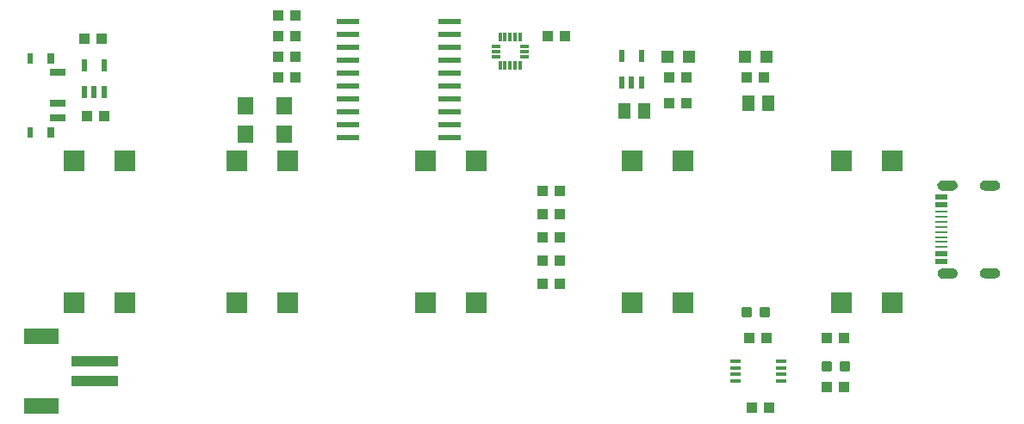
<source format=gbr>
G04 EAGLE Gerber RS-274X export*
G75*
%MOMM*%
%FSLAX34Y34*%
%LPD*%
%INSolderpaste Top*%
%IPPOS*%
%AMOC8*
5,1,8,0,0,1.08239X$1,22.5*%
G01*
%ADD10R,1.100000X0.400000*%
%ADD11R,0.300000X0.952400*%
%ADD12R,0.850800X0.300000*%
%ADD13R,2.200000X0.600000*%
%ADD14R,1.100000X1.000000*%
%ADD15R,0.550000X1.200000*%
%ADD16R,2.032000X2.032000*%
%ADD17R,4.600000X1.000000*%
%ADD18R,3.400000X1.600000*%
%ADD19R,1.524000X1.676400*%
%ADD20C,0.300000*%
%ADD21R,1.500000X0.700000*%
%ADD22R,0.600000X1.000000*%
%ADD23R,0.800000X1.000000*%
%ADD24R,1.200000X1.200000*%
%ADD25R,1.075000X1.000000*%
%ADD26R,1.300000X1.500000*%
%ADD27R,1.150000X0.575000*%
%ADD28R,1.150000X0.275000*%

G36*
X994791Y226182D02*
X994791Y226182D01*
X994792Y226182D01*
X995922Y226309D01*
X995922Y226310D01*
X995923Y226310D01*
X996997Y226685D01*
X996997Y226686D01*
X996998Y226686D01*
X997961Y227291D01*
X997961Y227292D01*
X997962Y227292D01*
X998766Y228096D01*
X998766Y228097D01*
X998767Y228097D01*
X999372Y229060D01*
X999372Y229061D01*
X999373Y229061D01*
X999748Y230135D01*
X999748Y230136D01*
X999749Y230136D01*
X999750Y230151D01*
X999751Y230156D01*
X999751Y230161D01*
X999752Y230166D01*
X999753Y230171D01*
X999753Y230176D01*
X999754Y230181D01*
X999754Y230186D01*
X999757Y230211D01*
X999758Y230216D01*
X999758Y230221D01*
X999759Y230226D01*
X999759Y230231D01*
X999760Y230236D01*
X999760Y230241D01*
X999761Y230246D01*
X999764Y230271D01*
X999764Y230276D01*
X999765Y230281D01*
X999765Y230286D01*
X999766Y230291D01*
X999767Y230295D01*
X999767Y230296D01*
X999767Y230300D01*
X999767Y230301D01*
X999768Y230305D01*
X999770Y230330D01*
X999771Y230335D01*
X999772Y230340D01*
X999772Y230345D01*
X999773Y230350D01*
X999773Y230355D01*
X999774Y230360D01*
X999774Y230365D01*
X999777Y230390D01*
X999778Y230395D01*
X999778Y230400D01*
X999779Y230405D01*
X999779Y230410D01*
X999780Y230415D01*
X999781Y230420D01*
X999781Y230425D01*
X999783Y230445D01*
X999784Y230450D01*
X999784Y230454D01*
X999784Y230455D01*
X999785Y230459D01*
X999785Y230460D01*
X999786Y230464D01*
X999786Y230469D01*
X999787Y230474D01*
X999787Y230479D01*
X999788Y230484D01*
X999790Y230504D01*
X999791Y230509D01*
X999791Y230514D01*
X999792Y230519D01*
X999792Y230524D01*
X999793Y230529D01*
X999793Y230534D01*
X999794Y230539D01*
X999795Y230544D01*
X999797Y230564D01*
X999797Y230569D01*
X999798Y230574D01*
X999798Y230579D01*
X999799Y230584D01*
X999800Y230589D01*
X999800Y230594D01*
X999801Y230599D01*
X999801Y230604D01*
X999803Y230623D01*
X999804Y230623D01*
X999804Y230628D01*
X999805Y230633D01*
X999805Y230638D01*
X999806Y230643D01*
X999806Y230648D01*
X999807Y230653D01*
X999807Y230658D01*
X999808Y230663D01*
X999810Y230683D01*
X999811Y230688D01*
X999811Y230693D01*
X999812Y230698D01*
X999812Y230703D01*
X999813Y230708D01*
X999814Y230713D01*
X999814Y230718D01*
X999815Y230723D01*
X999817Y230743D01*
X999817Y230748D01*
X999818Y230748D01*
X999817Y230748D01*
X999818Y230753D01*
X999819Y230758D01*
X999819Y230763D01*
X999820Y230768D01*
X999820Y230772D01*
X999820Y230773D01*
X999821Y230777D01*
X999821Y230778D01*
X999821Y230782D01*
X999824Y230802D01*
X999824Y230807D01*
X999825Y230812D01*
X999825Y230817D01*
X999826Y230822D01*
X999826Y230827D01*
X999827Y230832D01*
X999828Y230837D01*
X999828Y230842D01*
X999830Y230862D01*
X999831Y230867D01*
X999831Y230872D01*
X999832Y230872D01*
X999831Y230872D01*
X999832Y230877D01*
X999833Y230882D01*
X999833Y230887D01*
X999834Y230892D01*
X999834Y230897D01*
X999835Y230902D01*
X999837Y230922D01*
X999838Y230927D01*
X999838Y230931D01*
X999838Y230932D01*
X999839Y230936D01*
X999839Y230937D01*
X999839Y230941D01*
X999840Y230946D01*
X999840Y230951D01*
X999841Y230956D01*
X999842Y230961D01*
X999844Y230981D01*
X999844Y230986D01*
X999845Y230991D01*
X999845Y230996D01*
X999846Y230996D01*
X999845Y230996D01*
X999846Y231001D01*
X999847Y231006D01*
X999847Y231011D01*
X999848Y231016D01*
X999848Y231021D01*
X999851Y231041D01*
X999851Y231046D01*
X999852Y231051D01*
X999852Y231056D01*
X999853Y231061D01*
X999853Y231066D01*
X999854Y231071D01*
X999854Y231076D01*
X999855Y231081D01*
X999857Y231100D01*
X999858Y231105D01*
X999858Y231110D01*
X999859Y231115D01*
X999859Y231120D01*
X999860Y231120D01*
X999859Y231120D01*
X999860Y231125D01*
X999861Y231130D01*
X999861Y231135D01*
X999864Y231160D01*
X999865Y231165D01*
X999865Y231170D01*
X999866Y231175D01*
X999866Y231180D01*
X999867Y231185D01*
X999867Y231190D01*
X999868Y231195D01*
X999871Y231220D01*
X999871Y231225D01*
X999872Y231230D01*
X999872Y231235D01*
X999873Y231240D01*
X999873Y231245D01*
X999874Y231245D01*
X999873Y231245D01*
X999874Y231249D01*
X999874Y231250D01*
X999875Y231254D01*
X999875Y231255D01*
X999876Y231266D01*
X999876Y231267D01*
X999876Y231268D01*
X999755Y232341D01*
X999754Y232342D01*
X999755Y232343D01*
X999398Y233363D01*
X999397Y233363D01*
X999397Y233364D01*
X998822Y234279D01*
X998822Y234280D01*
X998058Y235044D01*
X998057Y235044D01*
X997142Y235619D01*
X997141Y235619D01*
X997141Y235620D01*
X996121Y235977D01*
X996120Y235976D01*
X996119Y235977D01*
X995046Y236098D01*
X995045Y236098D01*
X984885Y236098D01*
X984884Y236098D01*
X984723Y236080D01*
X984371Y236040D01*
X984018Y236000D01*
X983811Y235977D01*
X983810Y235976D01*
X983809Y235977D01*
X982789Y235620D01*
X982789Y235619D01*
X982788Y235619D01*
X981873Y235044D01*
X981108Y234280D01*
X981108Y234279D01*
X980533Y233364D01*
X980533Y233363D01*
X980532Y233363D01*
X980175Y232343D01*
X980176Y232342D01*
X980175Y232341D01*
X980175Y232339D01*
X980174Y232334D01*
X980174Y232329D01*
X980173Y232324D01*
X980173Y232319D01*
X980170Y232299D01*
X980170Y232294D01*
X980169Y232289D01*
X980169Y232284D01*
X980168Y232279D01*
X980168Y232274D01*
X980167Y232274D01*
X980168Y232274D01*
X980167Y232269D01*
X980166Y232264D01*
X980164Y232240D01*
X980163Y232235D01*
X980162Y232230D01*
X980162Y232225D01*
X980161Y232220D01*
X980161Y232215D01*
X980160Y232210D01*
X980160Y232205D01*
X980157Y232180D01*
X980156Y232175D01*
X980156Y232170D01*
X980155Y232165D01*
X980155Y232160D01*
X980154Y232155D01*
X980154Y232150D01*
X980153Y232150D01*
X980154Y232150D01*
X980153Y232145D01*
X980151Y232125D01*
X980150Y232120D01*
X980150Y232115D01*
X980149Y232110D01*
X980148Y232105D01*
X980148Y232100D01*
X980147Y232095D01*
X980147Y232091D01*
X980147Y232090D01*
X980146Y232086D01*
X980146Y232085D01*
X980144Y232066D01*
X980143Y232061D01*
X980143Y232056D01*
X980142Y232051D01*
X980142Y232046D01*
X980141Y232041D01*
X980141Y232036D01*
X980140Y232031D01*
X980140Y232026D01*
X980139Y232026D01*
X980140Y232026D01*
X980137Y232006D01*
X980137Y232001D01*
X980136Y231996D01*
X980136Y231991D01*
X980135Y231986D01*
X980134Y231981D01*
X980134Y231976D01*
X980133Y231971D01*
X980133Y231966D01*
X980131Y231946D01*
X980130Y231941D01*
X980129Y231936D01*
X980129Y231932D01*
X980129Y231931D01*
X980128Y231927D01*
X980128Y231926D01*
X980128Y231922D01*
X980127Y231917D01*
X980127Y231912D01*
X980124Y231887D01*
X980123Y231882D01*
X980123Y231877D01*
X980122Y231872D01*
X980122Y231867D01*
X980121Y231862D01*
X980120Y231857D01*
X980120Y231852D01*
X980117Y231827D01*
X980117Y231822D01*
X980116Y231817D01*
X980115Y231812D01*
X980115Y231807D01*
X980114Y231802D01*
X980114Y231797D01*
X980113Y231792D01*
X980111Y231772D01*
X980110Y231768D01*
X980110Y231767D01*
X980110Y231763D01*
X980109Y231758D01*
X980109Y231753D01*
X980108Y231748D01*
X980108Y231743D01*
X980107Y231738D01*
X980106Y231733D01*
X980104Y231713D01*
X980104Y231708D01*
X980103Y231703D01*
X980103Y231698D01*
X980102Y231693D01*
X980101Y231688D01*
X980101Y231683D01*
X980100Y231678D01*
X980100Y231673D01*
X980098Y231653D01*
X980097Y231648D01*
X980096Y231643D01*
X980096Y231638D01*
X980095Y231633D01*
X980095Y231628D01*
X980094Y231623D01*
X980094Y231618D01*
X980093Y231614D01*
X980093Y231613D01*
X980091Y231594D01*
X980090Y231589D01*
X980090Y231584D01*
X980089Y231579D01*
X980089Y231574D01*
X980088Y231569D01*
X980087Y231564D01*
X980087Y231559D01*
X980084Y231534D01*
X980084Y231529D01*
X980083Y231524D01*
X980082Y231519D01*
X980082Y231514D01*
X980081Y231509D01*
X980081Y231504D01*
X980080Y231499D01*
X980077Y231474D01*
X980077Y231469D01*
X980076Y231464D01*
X980076Y231459D01*
X980075Y231455D01*
X980075Y231454D01*
X980075Y231450D01*
X980075Y231449D01*
X980074Y231445D01*
X980073Y231440D01*
X980071Y231420D01*
X980071Y231415D01*
X980070Y231410D01*
X980070Y231405D01*
X980069Y231400D01*
X980068Y231395D01*
X980068Y231390D01*
X980067Y231385D01*
X980067Y231380D01*
X980065Y231360D01*
X980064Y231360D01*
X980064Y231355D01*
X980063Y231350D01*
X980063Y231345D01*
X980062Y231340D01*
X980062Y231335D01*
X980061Y231330D01*
X980061Y231325D01*
X980060Y231320D01*
X980058Y231300D01*
X980057Y231296D01*
X980057Y231295D01*
X980057Y231291D01*
X980057Y231290D01*
X980056Y231286D01*
X980056Y231281D01*
X980055Y231276D01*
X980054Y231271D01*
X980054Y231268D01*
X980055Y231267D01*
X980054Y231266D01*
X980181Y230136D01*
X980182Y230136D01*
X980182Y230135D01*
X980557Y229061D01*
X980558Y229061D01*
X980558Y229060D01*
X981163Y228097D01*
X981164Y228097D01*
X981164Y228096D01*
X981968Y227292D01*
X981969Y227292D01*
X981969Y227291D01*
X982932Y226686D01*
X982933Y226686D01*
X982933Y226685D01*
X984007Y226310D01*
X984008Y226310D01*
X984008Y226309D01*
X985138Y226182D01*
X985139Y226182D01*
X994791Y226182D01*
X994791Y226182D01*
G37*
G36*
X952881Y226182D02*
X952881Y226182D01*
X952882Y226182D01*
X954012Y226309D01*
X954012Y226310D01*
X954013Y226310D01*
X955087Y226685D01*
X955087Y226686D01*
X955088Y226686D01*
X956051Y227291D01*
X956051Y227292D01*
X956052Y227292D01*
X956856Y228096D01*
X956856Y228097D01*
X956857Y228097D01*
X957462Y229060D01*
X957462Y229061D01*
X957463Y229061D01*
X957838Y230135D01*
X957838Y230136D01*
X957839Y230136D01*
X957840Y230151D01*
X957841Y230156D01*
X957841Y230161D01*
X957842Y230166D01*
X957843Y230171D01*
X957843Y230176D01*
X957844Y230181D01*
X957844Y230186D01*
X957847Y230211D01*
X957848Y230216D01*
X957848Y230221D01*
X957849Y230226D01*
X957849Y230231D01*
X957850Y230236D01*
X957850Y230241D01*
X957851Y230246D01*
X957854Y230271D01*
X957854Y230276D01*
X957855Y230281D01*
X957855Y230286D01*
X957856Y230291D01*
X957857Y230295D01*
X957857Y230296D01*
X957857Y230300D01*
X957857Y230301D01*
X957858Y230305D01*
X957860Y230330D01*
X957861Y230335D01*
X957862Y230340D01*
X957862Y230345D01*
X957863Y230350D01*
X957863Y230355D01*
X957864Y230360D01*
X957864Y230365D01*
X957867Y230390D01*
X957868Y230395D01*
X957868Y230400D01*
X957869Y230405D01*
X957869Y230410D01*
X957870Y230415D01*
X957871Y230420D01*
X957871Y230425D01*
X957873Y230445D01*
X957874Y230450D01*
X957874Y230454D01*
X957874Y230455D01*
X957875Y230459D01*
X957875Y230460D01*
X957876Y230464D01*
X957876Y230469D01*
X957877Y230474D01*
X957877Y230479D01*
X957878Y230484D01*
X957880Y230504D01*
X957881Y230509D01*
X957881Y230514D01*
X957882Y230519D01*
X957882Y230524D01*
X957883Y230529D01*
X957883Y230534D01*
X957884Y230539D01*
X957885Y230544D01*
X957887Y230564D01*
X957887Y230569D01*
X957888Y230574D01*
X957888Y230579D01*
X957889Y230584D01*
X957890Y230589D01*
X957890Y230594D01*
X957891Y230599D01*
X957891Y230604D01*
X957893Y230623D01*
X957894Y230623D01*
X957894Y230628D01*
X957895Y230633D01*
X957895Y230638D01*
X957896Y230643D01*
X957896Y230648D01*
X957897Y230653D01*
X957897Y230658D01*
X957898Y230663D01*
X957900Y230683D01*
X957901Y230688D01*
X957901Y230693D01*
X957902Y230698D01*
X957902Y230703D01*
X957903Y230708D01*
X957904Y230713D01*
X957904Y230718D01*
X957905Y230723D01*
X957907Y230743D01*
X957907Y230748D01*
X957908Y230748D01*
X957907Y230748D01*
X957908Y230753D01*
X957909Y230758D01*
X957909Y230763D01*
X957910Y230768D01*
X957910Y230772D01*
X957910Y230773D01*
X957911Y230777D01*
X957911Y230778D01*
X957911Y230782D01*
X957914Y230802D01*
X957914Y230807D01*
X957915Y230812D01*
X957915Y230817D01*
X957916Y230822D01*
X957916Y230827D01*
X957917Y230832D01*
X957918Y230837D01*
X957918Y230842D01*
X957920Y230862D01*
X957921Y230867D01*
X957921Y230872D01*
X957922Y230872D01*
X957921Y230872D01*
X957922Y230877D01*
X957923Y230882D01*
X957923Y230887D01*
X957924Y230892D01*
X957924Y230897D01*
X957925Y230902D01*
X957927Y230922D01*
X957928Y230927D01*
X957928Y230931D01*
X957928Y230932D01*
X957929Y230936D01*
X957929Y230937D01*
X957929Y230941D01*
X957930Y230946D01*
X957930Y230951D01*
X957931Y230956D01*
X957932Y230961D01*
X957934Y230981D01*
X957934Y230986D01*
X957935Y230991D01*
X957935Y230996D01*
X957936Y230996D01*
X957935Y230996D01*
X957936Y231001D01*
X957937Y231006D01*
X957937Y231011D01*
X957938Y231016D01*
X957938Y231021D01*
X957941Y231041D01*
X957941Y231046D01*
X957942Y231051D01*
X957942Y231056D01*
X957943Y231061D01*
X957943Y231066D01*
X957944Y231071D01*
X957944Y231076D01*
X957945Y231081D01*
X957947Y231100D01*
X957948Y231105D01*
X957948Y231110D01*
X957949Y231115D01*
X957949Y231120D01*
X957950Y231120D01*
X957949Y231120D01*
X957950Y231125D01*
X957951Y231130D01*
X957951Y231135D01*
X957954Y231160D01*
X957955Y231165D01*
X957955Y231170D01*
X957956Y231175D01*
X957956Y231180D01*
X957957Y231185D01*
X957957Y231190D01*
X957958Y231195D01*
X957961Y231220D01*
X957961Y231225D01*
X957962Y231230D01*
X957962Y231235D01*
X957963Y231240D01*
X957963Y231245D01*
X957964Y231245D01*
X957963Y231245D01*
X957964Y231249D01*
X957964Y231250D01*
X957965Y231254D01*
X957965Y231255D01*
X957966Y231266D01*
X957966Y231267D01*
X957966Y231268D01*
X957845Y232341D01*
X957844Y232342D01*
X957845Y232343D01*
X957488Y233363D01*
X957487Y233363D01*
X957487Y233364D01*
X956912Y234279D01*
X956912Y234280D01*
X956148Y235044D01*
X956147Y235044D01*
X955232Y235619D01*
X955231Y235619D01*
X955231Y235620D01*
X954211Y235977D01*
X954210Y235976D01*
X954209Y235977D01*
X953136Y236098D01*
X953135Y236098D01*
X942975Y236098D01*
X942974Y236098D01*
X942813Y236080D01*
X942461Y236040D01*
X942108Y236000D01*
X941901Y235977D01*
X941900Y235976D01*
X941899Y235977D01*
X940879Y235620D01*
X940879Y235619D01*
X940878Y235619D01*
X939963Y235044D01*
X939198Y234280D01*
X939198Y234279D01*
X938623Y233364D01*
X938623Y233363D01*
X938622Y233363D01*
X938265Y232343D01*
X938266Y232342D01*
X938265Y232341D01*
X938265Y232339D01*
X938264Y232334D01*
X938264Y232329D01*
X938263Y232324D01*
X938263Y232319D01*
X938260Y232299D01*
X938260Y232294D01*
X938259Y232289D01*
X938259Y232284D01*
X938258Y232279D01*
X938258Y232274D01*
X938257Y232274D01*
X938258Y232274D01*
X938257Y232269D01*
X938256Y232264D01*
X938254Y232240D01*
X938253Y232235D01*
X938252Y232230D01*
X938252Y232225D01*
X938251Y232220D01*
X938251Y232215D01*
X938250Y232210D01*
X938250Y232205D01*
X938247Y232180D01*
X938246Y232175D01*
X938246Y232170D01*
X938245Y232165D01*
X938245Y232160D01*
X938244Y232155D01*
X938244Y232150D01*
X938243Y232150D01*
X938244Y232150D01*
X938243Y232145D01*
X938241Y232125D01*
X938240Y232120D01*
X938240Y232115D01*
X938239Y232110D01*
X938238Y232105D01*
X938238Y232100D01*
X938237Y232095D01*
X938237Y232091D01*
X938237Y232090D01*
X938236Y232086D01*
X938236Y232085D01*
X938234Y232066D01*
X938233Y232061D01*
X938233Y232056D01*
X938232Y232051D01*
X938232Y232046D01*
X938231Y232041D01*
X938231Y232036D01*
X938230Y232031D01*
X938230Y232026D01*
X938229Y232026D01*
X938230Y232026D01*
X938227Y232006D01*
X938227Y232001D01*
X938226Y231996D01*
X938226Y231991D01*
X938225Y231986D01*
X938224Y231981D01*
X938224Y231976D01*
X938223Y231971D01*
X938223Y231966D01*
X938221Y231946D01*
X938220Y231941D01*
X938219Y231936D01*
X938219Y231932D01*
X938219Y231931D01*
X938218Y231927D01*
X938218Y231926D01*
X938218Y231922D01*
X938217Y231917D01*
X938217Y231912D01*
X938214Y231887D01*
X938213Y231882D01*
X938213Y231877D01*
X938212Y231872D01*
X938212Y231867D01*
X938211Y231862D01*
X938210Y231857D01*
X938210Y231852D01*
X938207Y231827D01*
X938207Y231822D01*
X938206Y231817D01*
X938205Y231812D01*
X938205Y231807D01*
X938204Y231802D01*
X938204Y231797D01*
X938203Y231792D01*
X938201Y231772D01*
X938200Y231768D01*
X938200Y231767D01*
X938200Y231763D01*
X938199Y231758D01*
X938199Y231753D01*
X938198Y231748D01*
X938198Y231743D01*
X938197Y231738D01*
X938196Y231733D01*
X938194Y231713D01*
X938194Y231708D01*
X938193Y231703D01*
X938193Y231698D01*
X938192Y231693D01*
X938191Y231688D01*
X938191Y231683D01*
X938190Y231678D01*
X938190Y231673D01*
X938188Y231653D01*
X938187Y231648D01*
X938186Y231643D01*
X938186Y231638D01*
X938185Y231633D01*
X938185Y231628D01*
X938184Y231623D01*
X938184Y231618D01*
X938183Y231614D01*
X938183Y231613D01*
X938181Y231594D01*
X938180Y231589D01*
X938180Y231584D01*
X938179Y231579D01*
X938179Y231574D01*
X938178Y231569D01*
X938177Y231564D01*
X938177Y231559D01*
X938174Y231534D01*
X938174Y231529D01*
X938173Y231524D01*
X938172Y231519D01*
X938172Y231514D01*
X938171Y231509D01*
X938171Y231504D01*
X938170Y231499D01*
X938167Y231474D01*
X938167Y231469D01*
X938166Y231464D01*
X938166Y231459D01*
X938165Y231455D01*
X938165Y231454D01*
X938165Y231450D01*
X938165Y231449D01*
X938164Y231445D01*
X938163Y231440D01*
X938161Y231420D01*
X938161Y231415D01*
X938160Y231410D01*
X938160Y231405D01*
X938159Y231400D01*
X938158Y231395D01*
X938158Y231390D01*
X938157Y231385D01*
X938157Y231380D01*
X938155Y231360D01*
X938154Y231360D01*
X938154Y231355D01*
X938153Y231350D01*
X938153Y231345D01*
X938152Y231340D01*
X938152Y231335D01*
X938151Y231330D01*
X938151Y231325D01*
X938150Y231320D01*
X938148Y231300D01*
X938147Y231296D01*
X938147Y231295D01*
X938147Y231291D01*
X938147Y231290D01*
X938146Y231286D01*
X938146Y231281D01*
X938145Y231276D01*
X938144Y231271D01*
X938144Y231268D01*
X938145Y231267D01*
X938144Y231266D01*
X938271Y230136D01*
X938272Y230136D01*
X938272Y230135D01*
X938647Y229061D01*
X938648Y229061D01*
X938648Y229060D01*
X939253Y228097D01*
X939254Y228097D01*
X939254Y228096D01*
X940058Y227292D01*
X940059Y227292D01*
X940059Y227291D01*
X941022Y226686D01*
X941023Y226686D01*
X941023Y226685D01*
X942097Y226310D01*
X942098Y226310D01*
X942098Y226309D01*
X943228Y226182D01*
X943229Y226182D01*
X952881Y226182D01*
X952881Y226182D01*
G37*
G36*
X994791Y139822D02*
X994791Y139822D01*
X994792Y139822D01*
X995922Y139949D01*
X995922Y139950D01*
X995923Y139950D01*
X996997Y140325D01*
X996997Y140326D01*
X996998Y140326D01*
X997961Y140931D01*
X997961Y140932D01*
X997962Y140932D01*
X998766Y141736D01*
X998766Y141737D01*
X998767Y141737D01*
X999372Y142700D01*
X999372Y142701D01*
X999373Y142701D01*
X999748Y143775D01*
X999748Y143776D01*
X999749Y143776D01*
X999750Y143791D01*
X999751Y143796D01*
X999751Y143801D01*
X999752Y143806D01*
X999753Y143811D01*
X999753Y143816D01*
X999754Y143821D01*
X999754Y143826D01*
X999757Y143851D01*
X999758Y143856D01*
X999758Y143861D01*
X999759Y143866D01*
X999759Y143871D01*
X999760Y143876D01*
X999760Y143881D01*
X999761Y143886D01*
X999764Y143911D01*
X999764Y143916D01*
X999765Y143921D01*
X999765Y143926D01*
X999766Y143931D01*
X999767Y143935D01*
X999767Y143936D01*
X999767Y143940D01*
X999767Y143941D01*
X999768Y143945D01*
X999770Y143970D01*
X999771Y143975D01*
X999772Y143980D01*
X999772Y143985D01*
X999773Y143990D01*
X999773Y143995D01*
X999774Y144000D01*
X999774Y144005D01*
X999777Y144030D01*
X999778Y144035D01*
X999778Y144040D01*
X999779Y144045D01*
X999779Y144050D01*
X999780Y144055D01*
X999781Y144060D01*
X999781Y144065D01*
X999783Y144085D01*
X999784Y144090D01*
X999784Y144094D01*
X999784Y144095D01*
X999785Y144099D01*
X999785Y144100D01*
X999786Y144104D01*
X999786Y144109D01*
X999787Y144114D01*
X999787Y144119D01*
X999788Y144124D01*
X999790Y144144D01*
X999791Y144149D01*
X999791Y144154D01*
X999792Y144159D01*
X999792Y144164D01*
X999793Y144169D01*
X999793Y144174D01*
X999794Y144179D01*
X999795Y144184D01*
X999797Y144204D01*
X999797Y144209D01*
X999798Y144214D01*
X999798Y144219D01*
X999799Y144224D01*
X999800Y144229D01*
X999800Y144234D01*
X999801Y144239D01*
X999801Y144244D01*
X999803Y144263D01*
X999804Y144263D01*
X999804Y144268D01*
X999805Y144273D01*
X999805Y144278D01*
X999806Y144283D01*
X999806Y144288D01*
X999807Y144293D01*
X999807Y144298D01*
X999808Y144303D01*
X999810Y144323D01*
X999811Y144328D01*
X999811Y144333D01*
X999812Y144338D01*
X999812Y144343D01*
X999813Y144348D01*
X999814Y144353D01*
X999814Y144358D01*
X999815Y144363D01*
X999817Y144383D01*
X999817Y144388D01*
X999818Y144388D01*
X999817Y144388D01*
X999818Y144393D01*
X999819Y144398D01*
X999819Y144403D01*
X999820Y144408D01*
X999820Y144412D01*
X999820Y144413D01*
X999821Y144417D01*
X999821Y144418D01*
X999821Y144422D01*
X999824Y144442D01*
X999824Y144447D01*
X999825Y144452D01*
X999825Y144457D01*
X999826Y144462D01*
X999826Y144467D01*
X999827Y144472D01*
X999828Y144477D01*
X999828Y144482D01*
X999830Y144502D01*
X999831Y144507D01*
X999831Y144512D01*
X999832Y144512D01*
X999831Y144512D01*
X999832Y144517D01*
X999833Y144522D01*
X999833Y144527D01*
X999834Y144532D01*
X999834Y144537D01*
X999835Y144542D01*
X999837Y144562D01*
X999838Y144567D01*
X999838Y144571D01*
X999838Y144572D01*
X999839Y144576D01*
X999839Y144577D01*
X999839Y144581D01*
X999840Y144586D01*
X999840Y144591D01*
X999841Y144596D01*
X999842Y144601D01*
X999844Y144621D01*
X999844Y144626D01*
X999845Y144631D01*
X999845Y144636D01*
X999846Y144636D01*
X999845Y144636D01*
X999846Y144641D01*
X999847Y144646D01*
X999847Y144651D01*
X999848Y144656D01*
X999848Y144661D01*
X999851Y144681D01*
X999851Y144686D01*
X999852Y144691D01*
X999852Y144696D01*
X999853Y144701D01*
X999853Y144706D01*
X999854Y144711D01*
X999854Y144716D01*
X999855Y144721D01*
X999857Y144740D01*
X999858Y144745D01*
X999858Y144750D01*
X999859Y144755D01*
X999859Y144760D01*
X999860Y144760D01*
X999859Y144760D01*
X999860Y144765D01*
X999861Y144770D01*
X999861Y144775D01*
X999864Y144800D01*
X999865Y144805D01*
X999865Y144810D01*
X999866Y144815D01*
X999866Y144820D01*
X999867Y144825D01*
X999867Y144830D01*
X999868Y144835D01*
X999871Y144860D01*
X999871Y144865D01*
X999872Y144870D01*
X999872Y144875D01*
X999873Y144880D01*
X999873Y144885D01*
X999874Y144885D01*
X999873Y144885D01*
X999874Y144889D01*
X999874Y144890D01*
X999875Y144894D01*
X999875Y144895D01*
X999876Y144906D01*
X999876Y144907D01*
X999876Y144908D01*
X999755Y145981D01*
X999754Y145982D01*
X999755Y145983D01*
X999398Y147003D01*
X999397Y147003D01*
X999397Y147004D01*
X998822Y147919D01*
X998822Y147920D01*
X998058Y148684D01*
X998057Y148684D01*
X997142Y149259D01*
X997141Y149259D01*
X997141Y149260D01*
X996121Y149617D01*
X996120Y149616D01*
X996119Y149617D01*
X995046Y149738D01*
X995045Y149738D01*
X984885Y149738D01*
X984884Y149738D01*
X984723Y149720D01*
X984371Y149680D01*
X984018Y149640D01*
X983811Y149617D01*
X983810Y149616D01*
X983809Y149617D01*
X982789Y149260D01*
X982789Y149259D01*
X982788Y149259D01*
X981873Y148684D01*
X981108Y147920D01*
X981108Y147919D01*
X980533Y147004D01*
X980533Y147003D01*
X980532Y147003D01*
X980175Y145983D01*
X980176Y145982D01*
X980175Y145981D01*
X980175Y145979D01*
X980174Y145974D01*
X980174Y145969D01*
X980173Y145964D01*
X980173Y145959D01*
X980170Y145939D01*
X980170Y145934D01*
X980169Y145929D01*
X980169Y145924D01*
X980168Y145919D01*
X980168Y145914D01*
X980167Y145914D01*
X980168Y145914D01*
X980167Y145909D01*
X980166Y145904D01*
X980164Y145880D01*
X980163Y145875D01*
X980162Y145870D01*
X980162Y145865D01*
X980161Y145860D01*
X980161Y145855D01*
X980160Y145850D01*
X980160Y145845D01*
X980157Y145820D01*
X980156Y145815D01*
X980156Y145810D01*
X980155Y145805D01*
X980155Y145800D01*
X980154Y145795D01*
X980154Y145790D01*
X980153Y145790D01*
X980154Y145790D01*
X980153Y145785D01*
X980151Y145765D01*
X980150Y145760D01*
X980150Y145755D01*
X980149Y145750D01*
X980148Y145745D01*
X980148Y145740D01*
X980147Y145735D01*
X980147Y145731D01*
X980147Y145730D01*
X980146Y145726D01*
X980146Y145725D01*
X980144Y145706D01*
X980143Y145701D01*
X980143Y145696D01*
X980142Y145691D01*
X980142Y145686D01*
X980141Y145681D01*
X980141Y145676D01*
X980140Y145671D01*
X980140Y145666D01*
X980139Y145666D01*
X980140Y145666D01*
X980137Y145646D01*
X980137Y145641D01*
X980136Y145636D01*
X980136Y145631D01*
X980135Y145626D01*
X980134Y145621D01*
X980134Y145616D01*
X980133Y145611D01*
X980133Y145606D01*
X980131Y145586D01*
X980130Y145581D01*
X980129Y145576D01*
X980129Y145572D01*
X980129Y145571D01*
X980128Y145567D01*
X980128Y145566D01*
X980128Y145562D01*
X980127Y145557D01*
X980127Y145552D01*
X980124Y145527D01*
X980123Y145522D01*
X980123Y145517D01*
X980122Y145512D01*
X980122Y145507D01*
X980121Y145502D01*
X980120Y145497D01*
X980120Y145492D01*
X980117Y145467D01*
X980117Y145462D01*
X980116Y145457D01*
X980115Y145452D01*
X980115Y145447D01*
X980114Y145442D01*
X980114Y145437D01*
X980113Y145432D01*
X980111Y145412D01*
X980110Y145408D01*
X980110Y145407D01*
X980110Y145403D01*
X980109Y145398D01*
X980109Y145393D01*
X980108Y145388D01*
X980108Y145383D01*
X980107Y145378D01*
X980106Y145373D01*
X980104Y145353D01*
X980104Y145348D01*
X980103Y145343D01*
X980103Y145338D01*
X980102Y145333D01*
X980101Y145328D01*
X980101Y145323D01*
X980100Y145318D01*
X980100Y145313D01*
X980098Y145293D01*
X980097Y145288D01*
X980096Y145283D01*
X980096Y145278D01*
X980095Y145273D01*
X980095Y145268D01*
X980094Y145263D01*
X980094Y145258D01*
X980093Y145254D01*
X980093Y145253D01*
X980091Y145234D01*
X980090Y145229D01*
X980090Y145224D01*
X980089Y145219D01*
X980089Y145214D01*
X980088Y145209D01*
X980087Y145204D01*
X980087Y145199D01*
X980084Y145174D01*
X980084Y145169D01*
X980083Y145164D01*
X980082Y145159D01*
X980082Y145154D01*
X980081Y145149D01*
X980081Y145144D01*
X980080Y145139D01*
X980077Y145114D01*
X980077Y145109D01*
X980076Y145104D01*
X980076Y145099D01*
X980075Y145095D01*
X980075Y145094D01*
X980075Y145090D01*
X980075Y145089D01*
X980074Y145085D01*
X980073Y145080D01*
X980071Y145060D01*
X980071Y145055D01*
X980070Y145050D01*
X980070Y145045D01*
X980069Y145040D01*
X980068Y145035D01*
X980068Y145030D01*
X980067Y145025D01*
X980067Y145020D01*
X980065Y145000D01*
X980064Y145000D01*
X980064Y144995D01*
X980063Y144990D01*
X980063Y144985D01*
X980062Y144980D01*
X980062Y144975D01*
X980061Y144970D01*
X980061Y144965D01*
X980060Y144960D01*
X980058Y144940D01*
X980057Y144936D01*
X980057Y144935D01*
X980057Y144931D01*
X980057Y144930D01*
X980056Y144926D01*
X980056Y144921D01*
X980055Y144916D01*
X980054Y144911D01*
X980054Y144908D01*
X980055Y144907D01*
X980054Y144906D01*
X980181Y143776D01*
X980182Y143776D01*
X980182Y143775D01*
X980557Y142701D01*
X980558Y142701D01*
X980558Y142700D01*
X981163Y141737D01*
X981164Y141737D01*
X981164Y141736D01*
X981968Y140932D01*
X981969Y140932D01*
X981969Y140931D01*
X982932Y140326D01*
X982933Y140326D01*
X982933Y140325D01*
X984007Y139950D01*
X984008Y139950D01*
X984008Y139949D01*
X985138Y139822D01*
X985139Y139822D01*
X994791Y139822D01*
X994791Y139822D01*
G37*
G36*
X953008Y139695D02*
X953008Y139695D01*
X953009Y139695D01*
X954139Y139822D01*
X954139Y139823D01*
X954140Y139823D01*
X955214Y140198D01*
X955214Y140199D01*
X955215Y140199D01*
X956178Y140804D01*
X956178Y140805D01*
X956179Y140805D01*
X956983Y141609D01*
X956983Y141610D01*
X956984Y141610D01*
X957589Y142573D01*
X957589Y142574D01*
X957590Y142574D01*
X957965Y143648D01*
X957965Y143649D01*
X957966Y143649D01*
X957967Y143664D01*
X957968Y143669D01*
X957968Y143674D01*
X957969Y143679D01*
X957970Y143684D01*
X957970Y143689D01*
X957971Y143694D01*
X957971Y143699D01*
X957974Y143724D01*
X957975Y143729D01*
X957975Y143734D01*
X957976Y143739D01*
X957976Y143744D01*
X957977Y143749D01*
X957977Y143754D01*
X957978Y143759D01*
X957981Y143784D01*
X957981Y143789D01*
X957982Y143794D01*
X957982Y143799D01*
X957983Y143804D01*
X957984Y143808D01*
X957984Y143809D01*
X957984Y143813D01*
X957984Y143814D01*
X957985Y143818D01*
X957987Y143843D01*
X957988Y143848D01*
X957989Y143853D01*
X957989Y143858D01*
X957990Y143863D01*
X957990Y143868D01*
X957991Y143873D01*
X957991Y143878D01*
X957994Y143903D01*
X957995Y143908D01*
X957995Y143913D01*
X957996Y143918D01*
X957996Y143923D01*
X957997Y143928D01*
X957998Y143933D01*
X957998Y143938D01*
X958000Y143958D01*
X958001Y143963D01*
X958001Y143967D01*
X958001Y143968D01*
X958002Y143972D01*
X958002Y143973D01*
X958003Y143977D01*
X958003Y143982D01*
X958004Y143987D01*
X958004Y143992D01*
X958005Y143997D01*
X958007Y144017D01*
X958008Y144022D01*
X958008Y144027D01*
X958009Y144032D01*
X958009Y144037D01*
X958010Y144042D01*
X958010Y144047D01*
X958011Y144052D01*
X958012Y144057D01*
X958014Y144077D01*
X958014Y144082D01*
X958015Y144087D01*
X958015Y144092D01*
X958016Y144097D01*
X958017Y144102D01*
X958017Y144107D01*
X958018Y144112D01*
X958018Y144117D01*
X958020Y144136D01*
X958021Y144136D01*
X958021Y144141D01*
X958022Y144146D01*
X958022Y144151D01*
X958023Y144156D01*
X958023Y144161D01*
X958024Y144166D01*
X958024Y144171D01*
X958025Y144176D01*
X958027Y144196D01*
X958028Y144201D01*
X958028Y144206D01*
X958029Y144211D01*
X958029Y144216D01*
X958030Y144221D01*
X958031Y144226D01*
X958031Y144231D01*
X958032Y144236D01*
X958034Y144256D01*
X958034Y144261D01*
X958035Y144261D01*
X958034Y144261D01*
X958035Y144266D01*
X958036Y144271D01*
X958036Y144276D01*
X958037Y144281D01*
X958037Y144285D01*
X958037Y144286D01*
X958038Y144290D01*
X958038Y144291D01*
X958038Y144295D01*
X958041Y144315D01*
X958041Y144320D01*
X958042Y144325D01*
X958042Y144330D01*
X958043Y144335D01*
X958043Y144340D01*
X958044Y144345D01*
X958045Y144350D01*
X958045Y144355D01*
X958047Y144375D01*
X958048Y144380D01*
X958048Y144385D01*
X958049Y144385D01*
X958048Y144385D01*
X958049Y144390D01*
X958050Y144395D01*
X958050Y144400D01*
X958051Y144405D01*
X958051Y144410D01*
X958052Y144415D01*
X958054Y144435D01*
X958055Y144440D01*
X958055Y144444D01*
X958055Y144445D01*
X958056Y144449D01*
X958056Y144450D01*
X958056Y144454D01*
X958057Y144459D01*
X958057Y144464D01*
X958058Y144469D01*
X958059Y144474D01*
X958061Y144494D01*
X958061Y144499D01*
X958062Y144504D01*
X958062Y144509D01*
X958063Y144509D01*
X958062Y144509D01*
X958063Y144514D01*
X958064Y144519D01*
X958064Y144524D01*
X958065Y144529D01*
X958065Y144534D01*
X958068Y144554D01*
X958068Y144559D01*
X958069Y144564D01*
X958069Y144569D01*
X958070Y144574D01*
X958070Y144579D01*
X958071Y144584D01*
X958071Y144589D01*
X958072Y144594D01*
X958074Y144613D01*
X958075Y144618D01*
X958075Y144623D01*
X958076Y144628D01*
X958076Y144633D01*
X958077Y144633D01*
X958076Y144633D01*
X958077Y144638D01*
X958078Y144643D01*
X958078Y144648D01*
X958081Y144673D01*
X958082Y144678D01*
X958082Y144683D01*
X958083Y144688D01*
X958083Y144693D01*
X958084Y144698D01*
X958084Y144703D01*
X958085Y144708D01*
X958088Y144733D01*
X958088Y144738D01*
X958089Y144743D01*
X958089Y144748D01*
X958090Y144753D01*
X958090Y144758D01*
X958091Y144758D01*
X958090Y144758D01*
X958091Y144762D01*
X958091Y144763D01*
X958092Y144767D01*
X958092Y144768D01*
X958093Y144779D01*
X958093Y144780D01*
X958093Y144781D01*
X957972Y145854D01*
X957971Y145855D01*
X957972Y145856D01*
X957615Y146876D01*
X957614Y146876D01*
X957614Y146877D01*
X957039Y147792D01*
X957039Y147793D01*
X956275Y148557D01*
X956274Y148557D01*
X955359Y149132D01*
X955358Y149132D01*
X955358Y149133D01*
X954338Y149490D01*
X954337Y149489D01*
X954336Y149490D01*
X953263Y149611D01*
X953262Y149611D01*
X943102Y149611D01*
X943101Y149611D01*
X942940Y149593D01*
X942588Y149553D01*
X942235Y149513D01*
X942028Y149490D01*
X942027Y149489D01*
X942026Y149490D01*
X941006Y149133D01*
X941006Y149132D01*
X941005Y149132D01*
X940090Y148557D01*
X939325Y147793D01*
X939325Y147792D01*
X938750Y146877D01*
X938750Y146876D01*
X938749Y146876D01*
X938392Y145856D01*
X938393Y145855D01*
X938392Y145854D01*
X938392Y145852D01*
X938391Y145847D01*
X938391Y145842D01*
X938390Y145837D01*
X938390Y145832D01*
X938387Y145812D01*
X938387Y145807D01*
X938386Y145802D01*
X938386Y145797D01*
X938385Y145792D01*
X938385Y145787D01*
X938384Y145787D01*
X938385Y145787D01*
X938384Y145782D01*
X938383Y145777D01*
X938381Y145753D01*
X938380Y145748D01*
X938379Y145743D01*
X938379Y145738D01*
X938378Y145733D01*
X938378Y145728D01*
X938377Y145723D01*
X938377Y145718D01*
X938374Y145693D01*
X938373Y145688D01*
X938373Y145683D01*
X938372Y145678D01*
X938372Y145673D01*
X938371Y145668D01*
X938371Y145663D01*
X938370Y145663D01*
X938371Y145663D01*
X938370Y145658D01*
X938368Y145638D01*
X938367Y145633D01*
X938367Y145628D01*
X938366Y145623D01*
X938365Y145618D01*
X938365Y145613D01*
X938364Y145608D01*
X938364Y145604D01*
X938364Y145603D01*
X938363Y145599D01*
X938363Y145598D01*
X938361Y145579D01*
X938360Y145574D01*
X938360Y145569D01*
X938359Y145564D01*
X938359Y145559D01*
X938358Y145554D01*
X938358Y145549D01*
X938357Y145544D01*
X938357Y145539D01*
X938356Y145539D01*
X938357Y145539D01*
X938354Y145519D01*
X938354Y145514D01*
X938353Y145509D01*
X938353Y145504D01*
X938352Y145499D01*
X938351Y145494D01*
X938351Y145489D01*
X938350Y145484D01*
X938350Y145479D01*
X938348Y145459D01*
X938347Y145454D01*
X938346Y145449D01*
X938346Y145445D01*
X938346Y145444D01*
X938345Y145440D01*
X938345Y145439D01*
X938345Y145435D01*
X938344Y145430D01*
X938344Y145425D01*
X938341Y145400D01*
X938340Y145395D01*
X938340Y145390D01*
X938339Y145385D01*
X938339Y145380D01*
X938338Y145375D01*
X938337Y145370D01*
X938337Y145365D01*
X938334Y145340D01*
X938334Y145335D01*
X938333Y145330D01*
X938332Y145325D01*
X938332Y145320D01*
X938331Y145315D01*
X938331Y145310D01*
X938330Y145305D01*
X938328Y145285D01*
X938327Y145281D01*
X938327Y145280D01*
X938327Y145276D01*
X938326Y145271D01*
X938326Y145266D01*
X938325Y145261D01*
X938325Y145256D01*
X938324Y145251D01*
X938323Y145246D01*
X938321Y145226D01*
X938321Y145221D01*
X938320Y145216D01*
X938320Y145211D01*
X938319Y145206D01*
X938318Y145201D01*
X938318Y145196D01*
X938317Y145191D01*
X938317Y145186D01*
X938315Y145166D01*
X938314Y145161D01*
X938313Y145156D01*
X938313Y145151D01*
X938312Y145146D01*
X938312Y145141D01*
X938311Y145136D01*
X938311Y145131D01*
X938310Y145127D01*
X938310Y145126D01*
X938308Y145107D01*
X938307Y145102D01*
X938307Y145097D01*
X938306Y145092D01*
X938306Y145087D01*
X938305Y145082D01*
X938304Y145077D01*
X938304Y145072D01*
X938301Y145047D01*
X938301Y145042D01*
X938300Y145037D01*
X938299Y145032D01*
X938299Y145027D01*
X938298Y145022D01*
X938298Y145017D01*
X938297Y145012D01*
X938294Y144987D01*
X938294Y144982D01*
X938293Y144977D01*
X938293Y144972D01*
X938292Y144968D01*
X938292Y144967D01*
X938292Y144963D01*
X938292Y144962D01*
X938291Y144958D01*
X938290Y144953D01*
X938288Y144933D01*
X938288Y144928D01*
X938287Y144923D01*
X938287Y144918D01*
X938286Y144913D01*
X938285Y144908D01*
X938285Y144903D01*
X938284Y144898D01*
X938284Y144893D01*
X938282Y144873D01*
X938281Y144873D01*
X938281Y144868D01*
X938280Y144863D01*
X938280Y144858D01*
X938279Y144853D01*
X938279Y144848D01*
X938278Y144843D01*
X938278Y144838D01*
X938277Y144833D01*
X938275Y144813D01*
X938274Y144809D01*
X938274Y144808D01*
X938274Y144804D01*
X938274Y144803D01*
X938273Y144799D01*
X938273Y144794D01*
X938272Y144789D01*
X938271Y144784D01*
X938271Y144781D01*
X938272Y144780D01*
X938271Y144779D01*
X938398Y143649D01*
X938399Y143649D01*
X938399Y143648D01*
X938774Y142574D01*
X938775Y142574D01*
X938775Y142573D01*
X939380Y141610D01*
X939381Y141610D01*
X939381Y141609D01*
X940185Y140805D01*
X940186Y140805D01*
X940186Y140804D01*
X941149Y140199D01*
X941150Y140199D01*
X941150Y140198D01*
X942224Y139823D01*
X942225Y139823D01*
X942225Y139822D01*
X943355Y139695D01*
X943356Y139695D01*
X953008Y139695D01*
X953008Y139695D01*
G37*
D10*
X739500Y58010D03*
X739500Y51510D03*
X739500Y45010D03*
X739500Y38510D03*
X784500Y38510D03*
X784500Y45010D03*
X784500Y51510D03*
X784500Y58010D03*
D11*
X528160Y377482D03*
X523160Y377482D03*
X518160Y377482D03*
X513160Y377482D03*
X508160Y377482D03*
D12*
X504140Y368220D03*
X504140Y363220D03*
X504140Y358220D03*
D11*
X508160Y348958D03*
X513160Y348958D03*
X518160Y348958D03*
X523160Y348958D03*
X528160Y348958D03*
D12*
X532180Y358220D03*
X532180Y363220D03*
X532180Y368220D03*
D13*
X358940Y392430D03*
X358940Y379730D03*
X358940Y367030D03*
X358940Y354330D03*
X358940Y341630D03*
X358940Y328930D03*
X358940Y316230D03*
X358940Y303530D03*
X358940Y290830D03*
X358940Y278130D03*
X458940Y278130D03*
X458940Y290830D03*
X458940Y303530D03*
X458940Y316230D03*
X458940Y328930D03*
X458940Y341630D03*
X458940Y354330D03*
X458940Y367030D03*
X458940Y379730D03*
X458940Y392430D03*
D14*
X773040Y12700D03*
X756040Y12700D03*
X555380Y378460D03*
X572380Y378460D03*
D15*
X99720Y323549D03*
X109220Y323549D03*
X118720Y323549D03*
X118720Y349551D03*
X99720Y349551D03*
D14*
X306950Y337820D03*
X289950Y337820D03*
X118990Y299720D03*
X101990Y299720D03*
X99450Y375920D03*
X116450Y375920D03*
X289950Y398780D03*
X306950Y398780D03*
X289950Y378460D03*
X306950Y378460D03*
X289950Y358140D03*
X306950Y358140D03*
D16*
X637940Y115670D03*
X687940Y115670D03*
X687940Y255170D03*
X637940Y255170D03*
X89300Y115670D03*
X139300Y115670D03*
X139300Y255170D03*
X89300Y255170D03*
X843680Y115670D03*
X893680Y115670D03*
X893680Y255170D03*
X843680Y255170D03*
X434740Y115670D03*
X484740Y115670D03*
X484740Y255170D03*
X434740Y255170D03*
X249320Y115670D03*
X299320Y115670D03*
X299320Y255170D03*
X249320Y255170D03*
D17*
X109644Y38260D03*
X109644Y58260D03*
D18*
X57644Y14260D03*
X57644Y82260D03*
D14*
X550300Y226060D03*
X567300Y226060D03*
X550300Y203200D03*
X567300Y203200D03*
X550300Y180340D03*
X567300Y180340D03*
X550300Y157480D03*
X567300Y157480D03*
X550300Y134620D03*
X567300Y134620D03*
D19*
X295656Y309880D03*
X258064Y309880D03*
X295656Y281940D03*
X258064Y281940D03*
D20*
X764730Y110180D02*
X764730Y103180D01*
X764730Y110180D02*
X771730Y110180D01*
X771730Y103180D01*
X764730Y103180D01*
X764730Y106030D02*
X771730Y106030D01*
X771730Y108880D02*
X764730Y108880D01*
X747190Y110180D02*
X747190Y103180D01*
X747190Y110180D02*
X754190Y110180D01*
X754190Y103180D01*
X747190Y103180D01*
X747190Y106030D02*
X754190Y106030D01*
X754190Y108880D02*
X747190Y108880D01*
D14*
X770500Y81280D03*
X753500Y81280D03*
D21*
X73380Y297540D03*
X73380Y312540D03*
X73380Y342540D03*
D22*
X45880Y283540D03*
D23*
X66880Y283540D03*
D22*
X45880Y356540D03*
D23*
X66880Y356540D03*
D14*
X829700Y81280D03*
X846700Y81280D03*
D20*
X843470Y56840D02*
X843470Y49840D01*
X843470Y56840D02*
X850470Y56840D01*
X850470Y49840D01*
X843470Y49840D01*
X843470Y52690D02*
X850470Y52690D01*
X850470Y55540D02*
X843470Y55540D01*
X825930Y56840D02*
X825930Y49840D01*
X825930Y56840D02*
X832930Y56840D01*
X832930Y49840D01*
X825930Y49840D01*
X825930Y52690D02*
X832930Y52690D01*
X832930Y55540D02*
X825930Y55540D01*
D14*
X829700Y33020D03*
X846700Y33020D03*
D15*
X628040Y332439D03*
X637540Y332439D03*
X647040Y332439D03*
X647040Y358441D03*
X628040Y358441D03*
D24*
X769960Y358140D03*
X748960Y358140D03*
X693760Y358140D03*
X672760Y358140D03*
D25*
X767960Y337820D03*
X750960Y337820D03*
X674760Y337820D03*
X691760Y337820D03*
D26*
X771500Y312420D03*
X752500Y312420D03*
X649580Y304800D03*
X630580Y304800D03*
D25*
X674760Y312420D03*
X691760Y312420D03*
D27*
X942450Y155960D03*
X942450Y163960D03*
D28*
X942450Y170460D03*
X942450Y175460D03*
X942450Y180460D03*
X942450Y185460D03*
X942450Y190460D03*
X942450Y195460D03*
X942450Y200460D03*
X942450Y205460D03*
D27*
X942450Y211960D03*
X942450Y219960D03*
M02*

</source>
